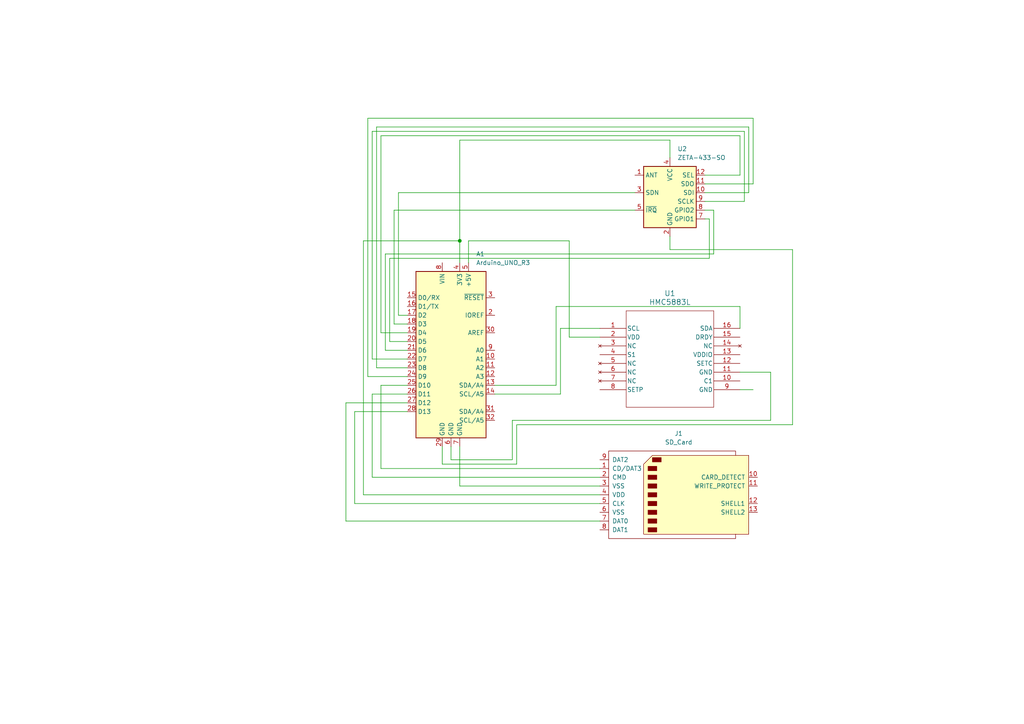
<source format=kicad_sch>
(kicad_sch (version 20230121) (generator eeschema)

  (uuid 443b8955-a8c7-4c85-a823-dc9a902524df)

  (paper "A4")

  (lib_symbols
    (symbol "Connector:SD_Card" (pin_names (offset 1.016)) (in_bom yes) (on_board yes)
      (property "Reference" "J" (at -16.51 13.97 0)
        (effects (font (size 1.27 1.27)))
      )
      (property "Value" "SD_Card" (at 15.24 -13.97 0)
        (effects (font (size 1.27 1.27)))
      )
      (property "Footprint" "" (at 0 0 0)
        (effects (font (size 1.27 1.27)) hide)
      )
      (property "Datasheet" "http://portal.fciconnect.com/Comergent//fci/drawing/10067847.pdf" (at 0 0 0)
        (effects (font (size 1.27 1.27)) hide)
      )
      (property "ki_keywords" "connector SD" (at 0 0 0)
        (effects (font (size 1.27 1.27)) hide)
      )
      (property "ki_description" "SD Card Reader" (at 0 0 0)
        (effects (font (size 1.27 1.27)) hide)
      )
      (property "ki_fp_filters" "SD*" (at 0 0 0)
        (effects (font (size 1.27 1.27)) hide)
      )
      (symbol "SD_Card_0_1"
        (rectangle (start -8.89 -9.525) (end -6.35 -10.795)
          (stroke (width 0) (type default))
          (fill (type outline))
        )
        (rectangle (start -8.89 -6.985) (end -6.35 -8.255)
          (stroke (width 0) (type default))
          (fill (type outline))
        )
        (rectangle (start -8.89 -4.445) (end -6.35 -5.715)
          (stroke (width 0) (type default))
          (fill (type outline))
        )
        (rectangle (start -8.89 -1.905) (end -6.35 -3.175)
          (stroke (width 0) (type default))
          (fill (type outline))
        )
        (rectangle (start -8.89 0.635) (end -6.35 -0.635)
          (stroke (width 0) (type default))
          (fill (type outline))
        )
        (rectangle (start -8.89 3.175) (end -6.35 1.905)
          (stroke (width 0) (type default))
          (fill (type outline))
        )
        (rectangle (start -8.89 5.715) (end -6.35 4.445)
          (stroke (width 0) (type default))
          (fill (type outline))
        )
        (rectangle (start -8.89 8.255) (end -6.35 6.985)
          (stroke (width 0) (type default))
          (fill (type outline))
        )
        (rectangle (start -7.62 10.795) (end -5.08 9.525)
          (stroke (width 0) (type default))
          (fill (type outline))
        )
        (polyline
          (pts
            (xy -10.16 8.89)
            (xy -7.62 11.43)
            (xy 20.32 11.43)
            (xy 20.32 -11.43)
            (xy -10.16 -11.43)
            (xy -10.16 8.89)
          )
          (stroke (width 0) (type default))
          (fill (type background))
        )
        (polyline
          (pts
            (xy 16.51 11.43)
            (xy 16.51 12.7)
            (xy -20.32 12.7)
            (xy -20.32 -12.7)
            (xy 16.51 -12.7)
            (xy 16.51 -11.43)
          )
          (stroke (width 0) (type default))
          (fill (type none))
        )
      )
      (symbol "SD_Card_1_1"
        (pin input line (at -22.86 7.62 0) (length 2.54)
          (name "CD/DAT3" (effects (font (size 1.27 1.27))))
          (number "1" (effects (font (size 1.27 1.27))))
        )
        (pin input line (at 22.86 5.08 180) (length 2.54)
          (name "CARD_DETECT" (effects (font (size 1.27 1.27))))
          (number "10" (effects (font (size 1.27 1.27))))
        )
        (pin input line (at 22.86 2.54 180) (length 2.54)
          (name "WRITE_PROTECT" (effects (font (size 1.27 1.27))))
          (number "11" (effects (font (size 1.27 1.27))))
        )
        (pin input line (at 22.86 -2.54 180) (length 2.54)
          (name "SHELL1" (effects (font (size 1.27 1.27))))
          (number "12" (effects (font (size 1.27 1.27))))
        )
        (pin input line (at 22.86 -5.08 180) (length 2.54)
          (name "SHELL2" (effects (font (size 1.27 1.27))))
          (number "13" (effects (font (size 1.27 1.27))))
        )
        (pin input line (at -22.86 5.08 0) (length 2.54)
          (name "CMD" (effects (font (size 1.27 1.27))))
          (number "2" (effects (font (size 1.27 1.27))))
        )
        (pin power_in line (at -22.86 2.54 0) (length 2.54)
          (name "VSS" (effects (font (size 1.27 1.27))))
          (number "3" (effects (font (size 1.27 1.27))))
        )
        (pin power_in line (at -22.86 0 0) (length 2.54)
          (name "VDD" (effects (font (size 1.27 1.27))))
          (number "4" (effects (font (size 1.27 1.27))))
        )
        (pin input line (at -22.86 -2.54 0) (length 2.54)
          (name "CLK" (effects (font (size 1.27 1.27))))
          (number "5" (effects (font (size 1.27 1.27))))
        )
        (pin power_in line (at -22.86 -5.08 0) (length 2.54)
          (name "VSS" (effects (font (size 1.27 1.27))))
          (number "6" (effects (font (size 1.27 1.27))))
        )
        (pin input line (at -22.86 -7.62 0) (length 2.54)
          (name "DAT0" (effects (font (size 1.27 1.27))))
          (number "7" (effects (font (size 1.27 1.27))))
        )
        (pin input line (at -22.86 -10.16 0) (length 2.54)
          (name "DAT1" (effects (font (size 1.27 1.27))))
          (number "8" (effects (font (size 1.27 1.27))))
        )
        (pin input line (at -22.86 10.16 0) (length 2.54)
          (name "DAT2" (effects (font (size 1.27 1.27))))
          (number "9" (effects (font (size 1.27 1.27))))
        )
      )
    )
    (symbol "MCU_Module:Arduino_UNO_R3" (in_bom yes) (on_board yes)
      (property "Reference" "A" (at -10.16 23.495 0)
        (effects (font (size 1.27 1.27)) (justify left bottom))
      )
      (property "Value" "Arduino_UNO_R3" (at 5.08 -26.67 0)
        (effects (font (size 1.27 1.27)) (justify left top))
      )
      (property "Footprint" "Module:Arduino_UNO_R3" (at 0 0 0)
        (effects (font (size 1.27 1.27) italic) hide)
      )
      (property "Datasheet" "https://www.arduino.cc/en/Main/arduinoBoardUno" (at 0 0 0)
        (effects (font (size 1.27 1.27)) hide)
      )
      (property "ki_keywords" "Arduino UNO R3 Microcontroller Module Atmel AVR USB" (at 0 0 0)
        (effects (font (size 1.27 1.27)) hide)
      )
      (property "ki_description" "Arduino UNO Microcontroller Module, release 3" (at 0 0 0)
        (effects (font (size 1.27 1.27)) hide)
      )
      (property "ki_fp_filters" "Arduino*UNO*R3*" (at 0 0 0)
        (effects (font (size 1.27 1.27)) hide)
      )
      (symbol "Arduino_UNO_R3_0_1"
        (rectangle (start -10.16 22.86) (end 10.16 -25.4)
          (stroke (width 0.254) (type default))
          (fill (type background))
        )
      )
      (symbol "Arduino_UNO_R3_1_1"
        (pin no_connect line (at -10.16 -20.32 0) (length 2.54) hide
          (name "NC" (effects (font (size 1.27 1.27))))
          (number "1" (effects (font (size 1.27 1.27))))
        )
        (pin bidirectional line (at 12.7 -2.54 180) (length 2.54)
          (name "A1" (effects (font (size 1.27 1.27))))
          (number "10" (effects (font (size 1.27 1.27))))
        )
        (pin bidirectional line (at 12.7 -5.08 180) (length 2.54)
          (name "A2" (effects (font (size 1.27 1.27))))
          (number "11" (effects (font (size 1.27 1.27))))
        )
        (pin bidirectional line (at 12.7 -7.62 180) (length 2.54)
          (name "A3" (effects (font (size 1.27 1.27))))
          (number "12" (effects (font (size 1.27 1.27))))
        )
        (pin bidirectional line (at 12.7 -10.16 180) (length 2.54)
          (name "SDA/A4" (effects (font (size 1.27 1.27))))
          (number "13" (effects (font (size 1.27 1.27))))
        )
        (pin bidirectional line (at 12.7 -12.7 180) (length 2.54)
          (name "SCL/A5" (effects (font (size 1.27 1.27))))
          (number "14" (effects (font (size 1.27 1.27))))
        )
        (pin bidirectional line (at -12.7 15.24 0) (length 2.54)
          (name "D0/RX" (effects (font (size 1.27 1.27))))
          (number "15" (effects (font (size 1.27 1.27))))
        )
        (pin bidirectional line (at -12.7 12.7 0) (length 2.54)
          (name "D1/TX" (effects (font (size 1.27 1.27))))
          (number "16" (effects (font (size 1.27 1.27))))
        )
        (pin bidirectional line (at -12.7 10.16 0) (length 2.54)
          (name "D2" (effects (font (size 1.27 1.27))))
          (number "17" (effects (font (size 1.27 1.27))))
        )
        (pin bidirectional line (at -12.7 7.62 0) (length 2.54)
          (name "D3" (effects (font (size 1.27 1.27))))
          (number "18" (effects (font (size 1.27 1.27))))
        )
        (pin bidirectional line (at -12.7 5.08 0) (length 2.54)
          (name "D4" (effects (font (size 1.27 1.27))))
          (number "19" (effects (font (size 1.27 1.27))))
        )
        (pin output line (at 12.7 10.16 180) (length 2.54)
          (name "IOREF" (effects (font (size 1.27 1.27))))
          (number "2" (effects (font (size 1.27 1.27))))
        )
        (pin bidirectional line (at -12.7 2.54 0) (length 2.54)
          (name "D5" (effects (font (size 1.27 1.27))))
          (number "20" (effects (font (size 1.27 1.27))))
        )
        (pin bidirectional line (at -12.7 0 0) (length 2.54)
          (name "D6" (effects (font (size 1.27 1.27))))
          (number "21" (effects (font (size 1.27 1.27))))
        )
        (pin bidirectional line (at -12.7 -2.54 0) (length 2.54)
          (name "D7" (effects (font (size 1.27 1.27))))
          (number "22" (effects (font (size 1.27 1.27))))
        )
        (pin bidirectional line (at -12.7 -5.08 0) (length 2.54)
          (name "D8" (effects (font (size 1.27 1.27))))
          (number "23" (effects (font (size 1.27 1.27))))
        )
        (pin bidirectional line (at -12.7 -7.62 0) (length 2.54)
          (name "D9" (effects (font (size 1.27 1.27))))
          (number "24" (effects (font (size 1.27 1.27))))
        )
        (pin bidirectional line (at -12.7 -10.16 0) (length 2.54)
          (name "D10" (effects (font (size 1.27 1.27))))
          (number "25" (effects (font (size 1.27 1.27))))
        )
        (pin bidirectional line (at -12.7 -12.7 0) (length 2.54)
          (name "D11" (effects (font (size 1.27 1.27))))
          (number "26" (effects (font (size 1.27 1.27))))
        )
        (pin bidirectional line (at -12.7 -15.24 0) (length 2.54)
          (name "D12" (effects (font (size 1.27 1.27))))
          (number "27" (effects (font (size 1.27 1.27))))
        )
        (pin bidirectional line (at -12.7 -17.78 0) (length 2.54)
          (name "D13" (effects (font (size 1.27 1.27))))
          (number "28" (effects (font (size 1.27 1.27))))
        )
        (pin power_in line (at -2.54 -27.94 90) (length 2.54)
          (name "GND" (effects (font (size 1.27 1.27))))
          (number "29" (effects (font (size 1.27 1.27))))
        )
        (pin input line (at 12.7 15.24 180) (length 2.54)
          (name "~{RESET}" (effects (font (size 1.27 1.27))))
          (number "3" (effects (font (size 1.27 1.27))))
        )
        (pin input line (at 12.7 5.08 180) (length 2.54)
          (name "AREF" (effects (font (size 1.27 1.27))))
          (number "30" (effects (font (size 1.27 1.27))))
        )
        (pin bidirectional line (at 12.7 -17.78 180) (length 2.54)
          (name "SDA/A4" (effects (font (size 1.27 1.27))))
          (number "31" (effects (font (size 1.27 1.27))))
        )
        (pin bidirectional line (at 12.7 -20.32 180) (length 2.54)
          (name "SCL/A5" (effects (font (size 1.27 1.27))))
          (number "32" (effects (font (size 1.27 1.27))))
        )
        (pin power_out line (at 2.54 25.4 270) (length 2.54)
          (name "3V3" (effects (font (size 1.27 1.27))))
          (number "4" (effects (font (size 1.27 1.27))))
        )
        (pin power_out line (at 5.08 25.4 270) (length 2.54)
          (name "+5V" (effects (font (size 1.27 1.27))))
          (number "5" (effects (font (size 1.27 1.27))))
        )
        (pin power_in line (at 0 -27.94 90) (length 2.54)
          (name "GND" (effects (font (size 1.27 1.27))))
          (number "6" (effects (font (size 1.27 1.27))))
        )
        (pin power_in line (at 2.54 -27.94 90) (length 2.54)
          (name "GND" (effects (font (size 1.27 1.27))))
          (number "7" (effects (font (size 1.27 1.27))))
        )
        (pin power_in line (at -2.54 25.4 270) (length 2.54)
          (name "VIN" (effects (font (size 1.27 1.27))))
          (number "8" (effects (font (size 1.27 1.27))))
        )
        (pin bidirectional line (at 12.7 0 180) (length 2.54)
          (name "A0" (effects (font (size 1.27 1.27))))
          (number "9" (effects (font (size 1.27 1.27))))
        )
      )
    )
    (symbol "RF_AM_FM:ZETA-433-SO" (in_bom yes) (on_board yes)
      (property "Reference" "U" (at -6.35 8.89 0)
        (effects (font (size 1.27 1.27)))
      )
      (property "Value" "ZETA-433-SO" (at 1.27 8.89 0)
        (effects (font (size 1.27 1.27)) (justify left))
      )
      (property "Footprint" "" (at -8.89 6.35 0)
        (effects (font (size 1.27 1.27)) hide)
      )
      (property "Datasheet" "https://www.rfsolutions.co.uk/downloads/1456219226DS-ZETA.pdf" (at -6.35 8.89 0)
        (effects (font (size 1.27 1.27)) hide)
      )
      (property "ki_keywords" "RF TRANSCEIVER MODULE" (at 0 0 0)
        (effects (font (size 1.27 1.27)) hide)
      )
      (property "ki_description" "FM ZETA TRANSCEIVER MODULE, OPTIMISED FOR 433MHZ" (at 0 0 0)
        (effects (font (size 1.27 1.27)) hide)
      )
      (property "ki_fp_filters" "ZETA?433?SO?SMD* ZETA?433?SO?THT*" (at 0 0 0)
        (effects (font (size 1.27 1.27)) hide)
      )
      (symbol "ZETA-433-SO_0_1"
        (rectangle (start 7.62 -10.16) (end -7.62 7.62)
          (stroke (width 0.254) (type default))
          (fill (type background))
        )
      )
      (symbol "ZETA-433-SO_1_1"
        (pin bidirectional line (at -10.16 5.08 0) (length 2.54)
          (name "ANT" (effects (font (size 1.27 1.27))))
          (number "1" (effects (font (size 1.27 1.27))))
        )
        (pin input line (at 10.16 0 180) (length 2.54)
          (name "SDI" (effects (font (size 1.27 1.27))))
          (number "10" (effects (font (size 1.27 1.27))))
        )
        (pin output line (at 10.16 2.54 180) (length 2.54)
          (name "SDO" (effects (font (size 1.27 1.27))))
          (number "11" (effects (font (size 1.27 1.27))))
        )
        (pin input line (at 10.16 5.08 180) (length 2.54)
          (name "SEL" (effects (font (size 1.27 1.27))))
          (number "12" (effects (font (size 1.27 1.27))))
        )
        (pin power_in line (at 0 -12.7 90) (length 2.54)
          (name "GND" (effects (font (size 1.27 1.27))))
          (number "2" (effects (font (size 1.27 1.27))))
        )
        (pin input line (at -10.16 0 0) (length 2.54)
          (name "SDN" (effects (font (size 1.27 1.27))))
          (number "3" (effects (font (size 1.27 1.27))))
        )
        (pin power_in line (at 0 10.16 270) (length 2.54)
          (name "VCC" (effects (font (size 1.27 1.27))))
          (number "4" (effects (font (size 1.27 1.27))))
        )
        (pin output line (at -10.16 -5.08 0) (length 2.54)
          (name "~{IRQ}" (effects (font (size 1.27 1.27))))
          (number "5" (effects (font (size 1.27 1.27))))
        )
        (pin no_connect line (at -7.62 -7.62 0) (length 2.54) hide
          (name "NC" (effects (font (size 1.27 1.27))))
          (number "6" (effects (font (size 1.27 1.27))))
        )
        (pin bidirectional line (at 10.16 -7.62 180) (length 2.54)
          (name "GPIO1" (effects (font (size 1.27 1.27))))
          (number "7" (effects (font (size 1.27 1.27))))
        )
        (pin bidirectional line (at 10.16 -5.08 180) (length 2.54)
          (name "GPIO2" (effects (font (size 1.27 1.27))))
          (number "8" (effects (font (size 1.27 1.27))))
        )
        (pin input line (at 10.16 -2.54 180) (length 2.54)
          (name "SCLK" (effects (font (size 1.27 1.27))))
          (number "9" (effects (font (size 1.27 1.27))))
        )
      )
    )
    (symbol "hmc5883l2:HMC5883L" (pin_names (offset 0.254)) (in_bom yes) (on_board yes)
      (property "Reference" "U" (at 20.32 10.16 0)
        (effects (font (size 1.524 1.524)))
      )
      (property "Value" "HMC5883L" (at 20.32 7.62 0)
        (effects (font (size 1.524 1.524)))
      )
      (property "Footprint" "LPCC16_HNW" (at 0 0 0)
        (effects (font (size 1.27 1.27) italic) hide)
      )
      (property "Datasheet" "HMC5883L" (at 0 0 0)
        (effects (font (size 1.27 1.27) italic) hide)
      )
      (property "ki_locked" "" (at 0 0 0)
        (effects (font (size 1.27 1.27)))
      )
      (property "ki_keywords" "HMC5883L" (at 0 0 0)
        (effects (font (size 1.27 1.27)) hide)
      )
      (property "ki_fp_filters" "LPCC16_HNW LPCC16_HNW-M LPCC16_HNW-L" (at 0 0 0)
        (effects (font (size 1.27 1.27)) hide)
      )
      (symbol "HMC5883L_0_1"
        (polyline
          (pts
            (xy 7.62 -22.86)
            (xy 33.02 -22.86)
          )
          (stroke (width 0.127) (type default))
          (fill (type none))
        )
        (polyline
          (pts
            (xy 7.62 5.08)
            (xy 7.62 -22.86)
          )
          (stroke (width 0.127) (type default))
          (fill (type none))
        )
        (polyline
          (pts
            (xy 33.02 -22.86)
            (xy 33.02 5.08)
          )
          (stroke (width 0.127) (type default))
          (fill (type none))
        )
        (polyline
          (pts
            (xy 33.02 5.08)
            (xy 7.62 5.08)
          )
          (stroke (width 0.127) (type default))
          (fill (type none))
        )
        (pin unspecified line (at 0 0 0) (length 7.62)
          (name "SCL" (effects (font (size 1.27 1.27))))
          (number "1" (effects (font (size 1.27 1.27))))
        )
        (pin unspecified line (at 40.64 -15.24 180) (length 7.62)
          (name "C1" (effects (font (size 1.27 1.27))))
          (number "10" (effects (font (size 1.27 1.27))))
        )
        (pin power_out line (at 40.64 -12.7 180) (length 7.62)
          (name "GND" (effects (font (size 1.27 1.27))))
          (number "11" (effects (font (size 1.27 1.27))))
        )
        (pin unspecified line (at 40.64 -10.16 180) (length 7.62)
          (name "SETC" (effects (font (size 1.27 1.27))))
          (number "12" (effects (font (size 1.27 1.27))))
        )
        (pin power_in line (at 40.64 -7.62 180) (length 7.62)
          (name "VDDIO" (effects (font (size 1.27 1.27))))
          (number "13" (effects (font (size 1.27 1.27))))
        )
        (pin no_connect line (at 40.64 -5.08 180) (length 7.62)
          (name "NC" (effects (font (size 1.27 1.27))))
          (number "14" (effects (font (size 1.27 1.27))))
        )
        (pin unspecified line (at 40.64 -2.54 180) (length 7.62)
          (name "DRDY" (effects (font (size 1.27 1.27))))
          (number "15" (effects (font (size 1.27 1.27))))
        )
        (pin unspecified line (at 40.64 0 180) (length 7.62)
          (name "SDA" (effects (font (size 1.27 1.27))))
          (number "16" (effects (font (size 1.27 1.27))))
        )
        (pin power_in line (at 0 -2.54 0) (length 7.62)
          (name "VDD" (effects (font (size 1.27 1.27))))
          (number "2" (effects (font (size 1.27 1.27))))
        )
        (pin no_connect line (at 0 -5.08 0) (length 7.62)
          (name "NC" (effects (font (size 1.27 1.27))))
          (number "3" (effects (font (size 1.27 1.27))))
        )
        (pin unspecified line (at 0 -7.62 0) (length 7.62)
          (name "S1" (effects (font (size 1.27 1.27))))
          (number "4" (effects (font (size 1.27 1.27))))
        )
        (pin no_connect line (at 0 -10.16 0) (length 7.62)
          (name "NC" (effects (font (size 1.27 1.27))))
          (number "5" (effects (font (size 1.27 1.27))))
        )
        (pin no_connect line (at 0 -12.7 0) (length 7.62)
          (name "NC" (effects (font (size 1.27 1.27))))
          (number "6" (effects (font (size 1.27 1.27))))
        )
        (pin no_connect line (at 0 -15.24 0) (length 7.62)
          (name "NC" (effects (font (size 1.27 1.27))))
          (number "7" (effects (font (size 1.27 1.27))))
        )
        (pin unspecified line (at 0 -17.78 0) (length 7.62)
          (name "SETP" (effects (font (size 1.27 1.27))))
          (number "8" (effects (font (size 1.27 1.27))))
        )
        (pin power_out line (at 40.64 -17.78 180) (length 7.62)
          (name "GND" (effects (font (size 1.27 1.27))))
          (number "9" (effects (font (size 1.27 1.27))))
        )
      )
    )
  )

  (junction (at 133.35 69.85) (diameter 0) (color 0 0 0 0)
    (uuid c1c697f3-9456-4fc3-bd4f-214ffa6ff8c7)
  )

  (wire (pts (xy 135.89 69.85) (xy 135.89 76.2))
    (stroke (width 0) (type default))
    (uuid 001d9717-d2a5-4bf3-83ab-0349edd51521)
  )
  (wire (pts (xy 223.52 121.92) (xy 148.59 121.92))
    (stroke (width 0) (type default))
    (uuid 04c18160-78e8-4579-a1fb-8c74dc5ad901)
  )
  (wire (pts (xy 149.86 134.62) (xy 128.27 134.62))
    (stroke (width 0) (type default))
    (uuid 13355226-72e1-4f25-9b30-fba94220762d)
  )
  (wire (pts (xy 118.11 96.52) (xy 110.49 96.52))
    (stroke (width 0) (type default))
    (uuid 190ee0d2-e06a-4064-9a43-25e0cf8bfea6)
  )
  (wire (pts (xy 162.56 95.25) (xy 173.99 95.25))
    (stroke (width 0) (type default))
    (uuid 1f0a1161-1b35-4486-9b86-1f7fe5bae132)
  )
  (wire (pts (xy 106.68 34.29) (xy 106.68 109.22))
    (stroke (width 0) (type default))
    (uuid 23a542ed-e134-4ccd-9cc2-42726c90fcb2)
  )
  (wire (pts (xy 214.63 88.9) (xy 214.63 95.25))
    (stroke (width 0) (type default))
    (uuid 2c7fbd41-8ba5-4ce9-ba6f-c709de26e601)
  )
  (wire (pts (xy 204.47 50.8) (xy 214.63 50.8))
    (stroke (width 0) (type default))
    (uuid 2e95280b-b22c-4504-9a24-c3b977b721bc)
  )
  (wire (pts (xy 118.11 111.76) (xy 110.49 111.76))
    (stroke (width 0) (type default))
    (uuid 30a863fb-97e4-4fdd-8feb-3512e1405c6e)
  )
  (wire (pts (xy 173.99 138.43) (xy 107.95 138.43))
    (stroke (width 0) (type default))
    (uuid 345b322e-7172-4336-ae87-a9d8a97436ac)
  )
  (wire (pts (xy 133.35 40.64) (xy 133.35 69.85))
    (stroke (width 0) (type default))
    (uuid 34b8993f-6d64-46eb-8bae-762a5d6a1bce)
  )
  (wire (pts (xy 110.49 135.89) (xy 173.99 135.89))
    (stroke (width 0) (type default))
    (uuid 35138f9a-c568-45c1-8229-b001655c0565)
  )
  (wire (pts (xy 215.9 58.42) (xy 204.47 58.42))
    (stroke (width 0) (type default))
    (uuid 35a63163-bd1d-45a2-82d3-7aeec93619ba)
  )
  (wire (pts (xy 184.15 60.96) (xy 114.3 60.96))
    (stroke (width 0) (type default))
    (uuid 3659d912-a3f2-43cc-abe8-7e14e2613263)
  )
  (wire (pts (xy 204.47 53.34) (xy 218.44 53.34))
    (stroke (width 0) (type default))
    (uuid 3859ce92-903b-401a-b8f0-fc7318c9c762)
  )
  (wire (pts (xy 109.22 36.83) (xy 217.17 36.83))
    (stroke (width 0) (type default))
    (uuid 40b085c8-d8c8-4fc2-aef8-7a2ebd28eb2c)
  )
  (wire (pts (xy 205.74 74.93) (xy 205.74 63.5))
    (stroke (width 0) (type default))
    (uuid 42981ae1-9546-456f-b093-c1c08a5f830a)
  )
  (wire (pts (xy 173.99 146.05) (xy 102.87 146.05))
    (stroke (width 0) (type default))
    (uuid 42d7971d-73b6-4494-b9f0-39bfa4acdce5)
  )
  (wire (pts (xy 111.76 73.66) (xy 111.76 101.6))
    (stroke (width 0) (type default))
    (uuid 44248df9-c26d-425b-a2be-adfdd5aff7c7)
  )
  (wire (pts (xy 111.76 101.6) (xy 118.11 101.6))
    (stroke (width 0) (type default))
    (uuid 478857a5-f635-45c2-b74e-d34486c1abc8)
  )
  (wire (pts (xy 223.52 107.95) (xy 223.52 121.92))
    (stroke (width 0) (type default))
    (uuid 4b403e3c-2713-46c0-8808-f6b5ab79453c)
  )
  (wire (pts (xy 106.68 109.22) (xy 118.11 109.22))
    (stroke (width 0) (type default))
    (uuid 4dff532d-38a6-4258-8cd9-41bdf908301e)
  )
  (wire (pts (xy 110.49 111.76) (xy 110.49 135.89))
    (stroke (width 0) (type default))
    (uuid 518df843-e93a-414c-b18e-5822c5c1a9f7)
  )
  (wire (pts (xy 217.17 55.88) (xy 204.47 55.88))
    (stroke (width 0) (type default))
    (uuid 56c6d131-0015-465e-ab4a-2b195536852d)
  )
  (wire (pts (xy 194.31 72.39) (xy 229.87 72.39))
    (stroke (width 0) (type default))
    (uuid 5b7e7c42-c3fa-4fbd-b937-4daf8bc5d192)
  )
  (wire (pts (xy 165.1 97.79) (xy 165.1 69.85))
    (stroke (width 0) (type default))
    (uuid 5cb6a8eb-7323-4da3-b67d-df556b7d7f18)
  )
  (wire (pts (xy 173.99 97.79) (xy 165.1 97.79))
    (stroke (width 0) (type default))
    (uuid 5cb87ce9-e199-4769-a92d-a6644ed67ddb)
  )
  (wire (pts (xy 105.41 69.85) (xy 105.41 143.51))
    (stroke (width 0) (type default))
    (uuid 5f9ea93f-d983-4b61-9955-d544ffe3cb57)
  )
  (wire (pts (xy 161.29 111.76) (xy 161.29 88.9))
    (stroke (width 0) (type default))
    (uuid 6079e5cf-e7e8-4eec-ab51-1fe1ef704b57)
  )
  (wire (pts (xy 113.03 99.06) (xy 113.03 74.93))
    (stroke (width 0) (type default))
    (uuid 614417f8-f0c8-4683-ab09-89e5b77d2149)
  )
  (wire (pts (xy 128.27 134.62) (xy 128.27 129.54))
    (stroke (width 0) (type default))
    (uuid 62f6ecb1-8a81-4e51-87fd-0f6055e5b6a1)
  )
  (wire (pts (xy 133.35 76.2) (xy 133.35 69.85))
    (stroke (width 0) (type default))
    (uuid 637f9510-f995-4aa9-ae3c-e982f5abc391)
  )
  (wire (pts (xy 194.31 68.58) (xy 194.31 72.39))
    (stroke (width 0) (type default))
    (uuid 67c1f1db-67fc-435d-ab6d-5a7a22a26313)
  )
  (wire (pts (xy 107.95 104.14) (xy 107.95 38.1))
    (stroke (width 0) (type default))
    (uuid 6c2e054e-0766-4b02-bc0d-c5a6012136ba)
  )
  (wire (pts (xy 109.22 106.68) (xy 109.22 36.83))
    (stroke (width 0) (type default))
    (uuid 71f819d8-b4eb-455a-9b53-9209dca36626)
  )
  (wire (pts (xy 100.33 116.84) (xy 118.11 116.84))
    (stroke (width 0) (type default))
    (uuid 76dd7068-f9c3-40cc-be6a-d009a8e58f3e)
  )
  (wire (pts (xy 218.44 113.03) (xy 214.63 113.03))
    (stroke (width 0) (type default))
    (uuid 7aa19cc5-948c-437c-b3b6-b32b5998e4fb)
  )
  (wire (pts (xy 115.57 55.88) (xy 115.57 91.44))
    (stroke (width 0) (type default))
    (uuid 7af0d5ed-f28d-48f8-80e5-8a2008938dac)
  )
  (wire (pts (xy 194.31 45.72) (xy 194.31 40.64))
    (stroke (width 0) (type default))
    (uuid 7bbdafb1-8b0e-4aa8-b134-b3bbe638a3ad)
  )
  (wire (pts (xy 105.41 143.51) (xy 173.99 143.51))
    (stroke (width 0) (type default))
    (uuid 7ea5d856-162b-42ec-9971-2033913ea88d)
  )
  (wire (pts (xy 110.49 39.37) (xy 110.49 96.52))
    (stroke (width 0) (type default))
    (uuid 839482bb-92a4-45e5-acbb-e91c3426ed0e)
  )
  (wire (pts (xy 217.17 36.83) (xy 217.17 55.88))
    (stroke (width 0) (type default))
    (uuid 8755f1a9-9e30-47a7-b499-a76ed072e296)
  )
  (wire (pts (xy 114.3 60.96) (xy 114.3 93.98))
    (stroke (width 0) (type default))
    (uuid 8c1d052e-3c42-4498-a3a8-e98fb8931816)
  )
  (wire (pts (xy 143.51 114.3) (xy 162.56 114.3))
    (stroke (width 0) (type default))
    (uuid 921fc186-b20f-4a2e-a947-6657548ef24f)
  )
  (wire (pts (xy 173.99 151.13) (xy 100.33 151.13))
    (stroke (width 0) (type default))
    (uuid 948f85cb-cc60-4a3a-9316-d9598b34e903)
  )
  (wire (pts (xy 165.1 69.85) (xy 135.89 69.85))
    (stroke (width 0) (type default))
    (uuid 94ba8574-249b-4639-b556-e43d2b668769)
  )
  (wire (pts (xy 100.33 151.13) (xy 100.33 116.84))
    (stroke (width 0) (type default))
    (uuid 94f0442e-c095-4411-a40c-10dcbb5eea36)
  )
  (wire (pts (xy 204.47 60.96) (xy 207.01 60.96))
    (stroke (width 0) (type default))
    (uuid 970c63be-d946-40d4-a172-b81d89f63418)
  )
  (wire (pts (xy 133.35 69.85) (xy 105.41 69.85))
    (stroke (width 0) (type default))
    (uuid 97e5090d-8a03-40b0-90a6-975b45e0a4fc)
  )
  (wire (pts (xy 118.11 99.06) (xy 113.03 99.06))
    (stroke (width 0) (type default))
    (uuid a1f54bb7-8446-4b2b-8866-46095b796c02)
  )
  (wire (pts (xy 143.51 111.76) (xy 161.29 111.76))
    (stroke (width 0) (type default))
    (uuid acd7dd71-df8a-43fe-b8f5-9916a28f7853)
  )
  (wire (pts (xy 205.74 63.5) (xy 204.47 63.5))
    (stroke (width 0) (type default))
    (uuid adc8d553-f4ca-46d4-850e-10411b196fe4)
  )
  (wire (pts (xy 161.29 88.9) (xy 214.63 88.9))
    (stroke (width 0) (type default))
    (uuid b1b5135b-1b08-458a-8a80-9b2bd66b5c87)
  )
  (wire (pts (xy 107.95 38.1) (xy 215.9 38.1))
    (stroke (width 0) (type default))
    (uuid b3df2c46-cb82-4008-9929-8677c8116e90)
  )
  (wire (pts (xy 133.35 140.97) (xy 133.35 129.54))
    (stroke (width 0) (type default))
    (uuid b8caf086-1853-440b-9b9e-50c1955bd87a)
  )
  (wire (pts (xy 218.44 53.34) (xy 218.44 34.29))
    (stroke (width 0) (type default))
    (uuid bb1150ad-6de0-4067-a2a9-3449850d940f)
  )
  (wire (pts (xy 102.87 119.38) (xy 118.11 119.38))
    (stroke (width 0) (type default))
    (uuid bd600dc6-87a0-410e-b0d6-935ca63dc4b1)
  )
  (wire (pts (xy 130.81 133.35) (xy 130.81 129.54))
    (stroke (width 0) (type default))
    (uuid be466e78-6704-4a64-a000-5e480c4323e4)
  )
  (wire (pts (xy 214.63 50.8) (xy 214.63 39.37))
    (stroke (width 0) (type default))
    (uuid be56d114-0a1b-45a6-b121-5468582c26de)
  )
  (wire (pts (xy 229.87 123.19) (xy 149.86 123.19))
    (stroke (width 0) (type default))
    (uuid c3eb4726-6365-4940-baa4-386b40d6f4bb)
  )
  (wire (pts (xy 173.99 140.97) (xy 133.35 140.97))
    (stroke (width 0) (type default))
    (uuid c6d211d2-9316-47b6-a5bf-89e6da3f6914)
  )
  (wire (pts (xy 118.11 91.44) (xy 115.57 91.44))
    (stroke (width 0) (type default))
    (uuid c8fb9741-f759-4da9-9ad1-35be1728e47c)
  )
  (wire (pts (xy 114.3 93.98) (xy 118.11 93.98))
    (stroke (width 0) (type default))
    (uuid cf57d19e-bab3-408a-81a8-d193932bf7df)
  )
  (wire (pts (xy 162.56 114.3) (xy 162.56 95.25))
    (stroke (width 0) (type default))
    (uuid d364b6c9-961a-4f85-9bce-63ddd99950a3)
  )
  (wire (pts (xy 207.01 60.96) (xy 207.01 73.66))
    (stroke (width 0) (type default))
    (uuid d919806d-a9cf-4539-bb7e-49be23a04cc2)
  )
  (wire (pts (xy 214.63 107.95) (xy 223.52 107.95))
    (stroke (width 0) (type default))
    (uuid d92d6362-a56e-4032-8cc9-baaad3efaeb8)
  )
  (wire (pts (xy 115.57 55.88) (xy 184.15 55.88))
    (stroke (width 0) (type default))
    (uuid d9a8997e-bea1-467b-82b3-aad478f2d9fe)
  )
  (wire (pts (xy 102.87 146.05) (xy 102.87 119.38))
    (stroke (width 0) (type default))
    (uuid dadc0206-cb37-4802-a404-dbf80b7f336a)
  )
  (wire (pts (xy 214.63 39.37) (xy 110.49 39.37))
    (stroke (width 0) (type default))
    (uuid de2dd26a-c6fa-4774-be52-c0d1aa202628)
  )
  (wire (pts (xy 107.95 104.14) (xy 118.11 104.14))
    (stroke (width 0) (type default))
    (uuid df33f745-6646-4489-8663-2a9a515c577c)
  )
  (wire (pts (xy 107.95 138.43) (xy 107.95 114.3))
    (stroke (width 0) (type default))
    (uuid e215349b-a129-4a85-990c-b6b3a7697444)
  )
  (wire (pts (xy 106.68 34.29) (xy 218.44 34.29))
    (stroke (width 0) (type default))
    (uuid e2fc6944-2392-4f47-b8a3-fd5e4cc0cc56)
  )
  (wire (pts (xy 113.03 74.93) (xy 205.74 74.93))
    (stroke (width 0) (type default))
    (uuid e3b59198-d30b-49e3-9c25-ef1d79e0afc0)
  )
  (wire (pts (xy 194.31 40.64) (xy 133.35 40.64))
    (stroke (width 0) (type default))
    (uuid e62f4c8c-ecf2-4a8c-a515-02a716b02e74)
  )
  (wire (pts (xy 229.87 72.39) (xy 229.87 123.19))
    (stroke (width 0) (type default))
    (uuid e83f0dca-6e2e-429b-bbfb-b5602ef75fe3)
  )
  (wire (pts (xy 215.9 38.1) (xy 215.9 58.42))
    (stroke (width 0) (type default))
    (uuid e9dafdeb-b617-4986-b415-f25f792398d6)
  )
  (wire (pts (xy 149.86 123.19) (xy 149.86 134.62))
    (stroke (width 0) (type default))
    (uuid ed043f93-5c7e-45ae-ae7b-e7a154547b59)
  )
  (wire (pts (xy 107.95 114.3) (xy 118.11 114.3))
    (stroke (width 0) (type default))
    (uuid ed8a0829-7aad-4d92-b772-ed730e545d72)
  )
  (wire (pts (xy 148.59 121.92) (xy 148.59 133.35))
    (stroke (width 0) (type default))
    (uuid f4aab7f0-8701-4c79-b490-2b70a496f75b)
  )
  (wire (pts (xy 207.01 73.66) (xy 111.76 73.66))
    (stroke (width 0) (type default))
    (uuid f6b4b06a-9022-427d-9b07-856acfca698a)
  )
  (wire (pts (xy 118.11 106.68) (xy 109.22 106.68))
    (stroke (width 0) (type default))
    (uuid faa3cdb9-c0b8-4054-b053-8a0f4d40e3bc)
  )
  (wire (pts (xy 148.59 133.35) (xy 130.81 133.35))
    (stroke (width 0) (type default))
    (uuid fe13cdda-23a2-4d31-a139-61bb70ff5b4a)
  )

  (symbol (lib_id "RF_AM_FM:ZETA-433-SO") (at 194.31 55.88 0) (unit 1)
    (in_bom yes) (on_board yes) (dnp no) (fields_autoplaced)
    (uuid 1e8fa613-b784-4e80-ae54-49b0247781fb)
    (property "Reference" "U2" (at 196.5041 43.18 0)
      (effects (font (size 1.27 1.27)) (justify left))
    )
    (property "Value" "ZETA-433-SO" (at 196.5041 45.72 0)
      (effects (font (size 1.27 1.27)) (justify left))
    )
    (property "Footprint" "" (at 185.42 49.53 0)
      (effects (font (size 1.27 1.27)) hide)
    )
    (property "Datasheet" "https://www.rfsolutions.co.uk/downloads/1456219226DS-ZETA.pdf" (at 187.96 46.99 0)
      (effects (font (size 1.27 1.27)) hide)
    )
    (pin "2" (uuid d3ecd7d4-d1c3-41f1-a084-46f97aa5d0a5))
    (pin "12" (uuid 2b6415d0-a931-4c2b-8df9-fc56d7222a52))
    (pin "7" (uuid fabcf58e-f3c7-4da1-8fa1-9d3214f84f4a))
    (pin "11" (uuid ad1c05be-3af7-4419-8d20-c3703fcfd02f))
    (pin "3" (uuid aef129c9-4767-41db-87dc-7b0d0e5a1c57))
    (pin "8" (uuid 94b7ad08-341b-4679-8c81-396dad92358d))
    (pin "10" (uuid 9230794f-b1a7-4b59-94d3-4959c9677b78))
    (pin "5" (uuid 5f2bd7a4-60a6-4dfc-88af-3cca2ffed882))
    (pin "1" (uuid c720ef03-71ba-409d-8b5a-38c769f07a9c))
    (pin "4" (uuid 26ae258c-db38-4eca-837d-864c2890b6f5))
    (pin "6" (uuid 98488646-6033-4213-8552-83a29a511cf3))
    (pin "9" (uuid 767d2bb6-0c1d-4105-85ba-605640a101dc))
    (instances
      (project "magnetometer test 1.0.0"
        (path "/443b8955-a8c7-4c85-a823-dc9a902524df"
          (reference "U2") (unit 1)
        )
      )
    )
  )

  (symbol (lib_id "MCU_Module:Arduino_UNO_R3") (at 130.81 101.6 0) (unit 1)
    (in_bom yes) (on_board yes) (dnp no) (fields_autoplaced)
    (uuid 61087c80-ce8e-42ff-8a55-ce1598293784)
    (property "Reference" "A1" (at 138.0841 73.66 0)
      (effects (font (size 1.27 1.27)) (justify left))
    )
    (property "Value" "Arduino_UNO_R3" (at 138.0841 76.2 0)
      (effects (font (size 1.27 1.27)) (justify left))
    )
    (property "Footprint" "Module:Arduino_UNO_R3" (at 130.81 101.6 0)
      (effects (font (size 1.27 1.27) italic) hide)
    )
    (property "Datasheet" "https://www.arduino.cc/en/Main/arduinoBoardUno" (at 130.81 101.6 0)
      (effects (font (size 1.27 1.27)) hide)
    )
    (pin "15" (uuid a83b8578-f098-4de3-8b5b-b42315759494))
    (pin "6" (uuid 2dd1f0f1-8b56-471b-a35d-708431b0b795))
    (pin "13" (uuid 02c46da3-8a87-4582-9415-86022b4ce2c8))
    (pin "24" (uuid 5914970d-0cdc-4777-918c-d4b0709b3c24))
    (pin "4" (uuid 6555c69d-357b-4f89-8857-5600da91d090))
    (pin "22" (uuid 276006b0-c8b3-48c5-9850-2da983540ae9))
    (pin "7" (uuid e6e95d37-d399-4676-abca-b94dbcdfb4ce))
    (pin "19" (uuid a3a2a161-702b-46ff-90c0-cbedc96b7d90))
    (pin "27" (uuid 3d5b3227-6f6e-477d-a047-54894283a851))
    (pin "9" (uuid e17f0c97-b8ad-4c24-8921-09f9b2d3b95f))
    (pin "16" (uuid 3f0911f7-c3fa-44de-bfcc-f775ad60e4e5))
    (pin "3" (uuid 0cf1e61b-8a36-458d-adc8-493d20afce8f))
    (pin "23" (uuid 503da709-3de7-4902-8f24-26cad3acabdb))
    (pin "1" (uuid 9b730335-6e8d-4d81-a43a-a05b52b20fd4))
    (pin "17" (uuid 0487650e-6411-45a8-b8ff-e38ba31416a3))
    (pin "30" (uuid ed986804-ee41-4f97-a380-3da79aff7fff))
    (pin "12" (uuid f3d9f9a3-90ee-4153-97bf-e21cd6408d85))
    (pin "31" (uuid 6deba0ee-874c-4d2a-8f55-654f6316f478))
    (pin "5" (uuid 137997dd-f046-4f24-9220-8459db62f744))
    (pin "32" (uuid d2bc6860-6101-4311-9eb0-2e3b80f11297))
    (pin "20" (uuid 411bf02a-ff73-4a12-95be-b2e08480eda8))
    (pin "26" (uuid 10d94bc5-67d3-4696-94e5-5d3393561974))
    (pin "11" (uuid 0bfee000-dac7-4544-920b-26b9616e8f5b))
    (pin "18" (uuid 9c96bc47-12c3-4b0f-bf07-56fc57bba931))
    (pin "25" (uuid aa8e8ca1-5b5a-445d-8bee-8f311ba74380))
    (pin "10" (uuid 2e6f2654-fb3d-4cfc-9d17-bf8da115926d))
    (pin "2" (uuid 86ed1cdd-3dad-4528-b004-fcd034397bf8))
    (pin "28" (uuid fb1e0815-1535-4de0-adca-2dfdb60b76a4))
    (pin "8" (uuid b1c89b02-f2a4-4cdd-a619-941da141c3a0))
    (pin "14" (uuid 1f9efc7c-ad0d-4b1a-b2ac-600ce2c58e12))
    (pin "21" (uuid 1fd64fcd-0a6c-4d36-99ab-a2a116f0d097))
    (pin "29" (uuid 7e3178ba-4da4-4f43-9330-0d1615142f91))
    (instances
      (project "magnetometer test 1.0.0"
        (path "/443b8955-a8c7-4c85-a823-dc9a902524df"
          (reference "A1") (unit 1)
        )
      )
    )
  )

  (symbol (lib_id "hmc5883l2:HMC5883L") (at 173.99 95.25 0) (unit 1)
    (in_bom yes) (on_board yes) (dnp no) (fields_autoplaced)
    (uuid 80d7ed54-f5b5-49a0-a60c-e41321ac95e9)
    (property "Reference" "U1" (at 194.31 85.09 0)
      (effects (font (size 1.524 1.524)))
    )
    (property "Value" "HMC5883L" (at 194.31 87.63 0)
      (effects (font (size 1.524 1.524)))
    )
    (property "Footprint" "LPCC16_HNW" (at 173.99 95.25 0)
      (effects (font (size 1.27 1.27) italic) hide)
    )
    (property "Datasheet" "HMC5883L" (at 173.99 95.25 0)
      (effects (font (size 1.27 1.27) italic) hide)
    )
    (pin "5" (uuid e4ad46ff-36aa-4849-91de-7f040a3bc245))
    (pin "10" (uuid c6a1f05d-b686-4299-a9d6-3a91aac54133))
    (pin "16" (uuid 2ae1d560-3a3b-4753-8d7a-3ecac71be3fd))
    (pin "6" (uuid b7567da4-404f-4d66-a4f1-d634db1b2bd2))
    (pin "4" (uuid 4cfde1cb-463b-49a2-accf-685787b96bf9))
    (pin "14" (uuid 9d35949c-2b0e-4ed2-8ebd-6dfdf7bd7192))
    (pin "7" (uuid d1ddc337-757e-4c39-8ddb-eb9931e9eb8d))
    (pin "1" (uuid a6adba4c-9f0b-47e9-985f-e27cb3f77f3e))
    (pin "8" (uuid 03356784-e898-49be-a53e-7bfea958f9a9))
    (pin "2" (uuid 5804c73a-abfd-4cf4-be0b-d26180914da9))
    (pin "12" (uuid e24dbe98-eac8-42e2-b951-8521fcdf5690))
    (pin "13" (uuid 4290326c-9075-45ca-8c2c-6df58958e254))
    (pin "3" (uuid 01ffa9a7-e66c-4530-aca3-7d60e1f162ee))
    (pin "9" (uuid 7dba5bd5-a37b-486d-b99f-aeffcabe2486))
    (pin "15" (uuid 06282335-63df-4417-969e-6cab3a43aed8))
    (pin "11" (uuid e4651bd8-d1e5-4657-bbe9-e895c0f82612))
    (instances
      (project "magnetometer test 1.0.0"
        (path "/443b8955-a8c7-4c85-a823-dc9a902524df"
          (reference "U1") (unit 1)
        )
      )
    )
  )

  (symbol (lib_id "Connector:SD_Card") (at 196.85 143.51 0) (unit 1)
    (in_bom yes) (on_board yes) (dnp no) (fields_autoplaced)
    (uuid bbc63ffe-ea51-4db9-a5b4-713e1be9dd22)
    (property "Reference" "J1" (at 196.85 125.73 0)
      (effects (font (size 1.27 1.27)))
    )
    (property "Value" "SD_Card" (at 196.85 128.27 0)
      (effects (font (size 1.27 1.27)))
    )
    (property "Footprint" "" (at 196.85 143.51 0)
      (effects (font (size 1.27 1.27)) hide)
    )
    (property "Datasheet" "http://portal.fciconnect.com/Comergent//fci/drawing/10067847.pdf" (at 196.85 143.51 0)
      (effects (font (size 1.27 1.27)) hide)
    )
    (pin "4" (uuid b5b0eaaf-2fa9-4938-a0f3-5388ad7b6569))
    (pin "9" (uuid 2f86f014-0ed3-47d8-a59e-72139f78d6ba))
    (pin "8" (uuid b0e76b53-c66d-48e3-806c-11cf8e8212b1))
    (pin "10" (uuid e02ffd78-e823-4c5c-bb3d-602b30682291))
    (pin "2" (uuid 975c8df4-b918-4444-9cfe-d070530d85a7))
    (pin "12" (uuid bbd3a19b-ba53-4a3e-8422-7ed2d919c91a))
    (pin "1" (uuid 6a12dab9-9e43-465b-80a6-9f51632897d1))
    (pin "5" (uuid 0fe068bd-05c1-4fca-bd92-d2b35cb90a13))
    (pin "7" (uuid 8a4cc051-b2db-49a4-a1f6-c871947eef9f))
    (pin "11" (uuid c657bb1a-62b4-4346-88af-08bfc362ccb8))
    (pin "6" (uuid a9ea05b4-3ae8-48a7-aa40-d1989cb5b2df))
    (pin "3" (uuid 1dda9bae-4a27-4763-bf5c-4450b9f61ac9))
    (pin "13" (uuid 1ef64166-b152-423b-98dc-281aad40d97f))
    (instances
      (project "magnetometer test 1.0.0"
        (path "/443b8955-a8c7-4c85-a823-dc9a902524df"
          (reference "J1") (unit 1)
        )
      )
    )
  )

  (sheet_instances
    (path "/" (page "1"))
  )
)

</source>
